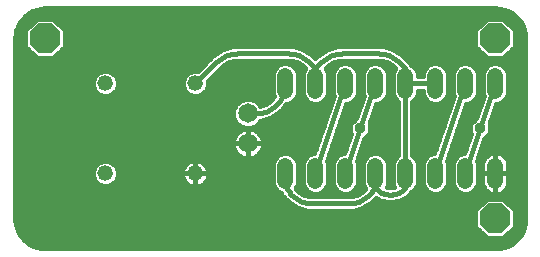
<source format=gbl>
G75*
G70*
%OFA0B0*%
%FSLAX24Y24*%
%IPPOS*%
%LPD*%
%AMOC8*
5,1,8,0,0,1.08239X$1,22.5*
%
%ADD10C,0.0520*%
%ADD11C,0.0650*%
%ADD12C,0.0520*%
%ADD13OC8,0.1000*%
%ADD14C,0.0160*%
%ADD15OC8,0.0357*%
D10*
X009180Y002420D02*
X009180Y002940D01*
X010180Y002940D02*
X010180Y002420D01*
X011180Y002420D02*
X011180Y002940D01*
X012180Y002940D02*
X012180Y002420D01*
X013180Y002420D02*
X013180Y002940D01*
X014180Y002940D02*
X014180Y002420D01*
X015180Y002420D02*
X015180Y002940D01*
X016180Y002940D02*
X016180Y002420D01*
X016180Y005420D02*
X016180Y005940D01*
X015180Y005940D02*
X015180Y005420D01*
X014180Y005420D02*
X014180Y005940D01*
X013180Y005940D02*
X013180Y005420D01*
X012180Y005420D02*
X012180Y005940D01*
X011180Y005940D02*
X011180Y005420D01*
X010180Y005420D02*
X010180Y005940D01*
X009180Y005940D02*
X009180Y005420D01*
D11*
X007930Y004680D03*
X007930Y003680D03*
D12*
X006180Y002680D03*
X003180Y002680D03*
X003180Y005680D03*
X006180Y005680D03*
D13*
X001180Y007180D03*
X001180Y001180D03*
X016180Y001180D03*
X016180Y007180D03*
D14*
X016675Y000314D02*
X000685Y000314D01*
X000639Y000339D02*
X000525Y000424D01*
X000424Y000525D01*
X000339Y000639D01*
X000270Y000765D01*
X000221Y000898D01*
X000190Y001038D01*
X000180Y001180D01*
X000180Y007180D01*
X000190Y007322D01*
X000221Y007462D01*
X000270Y007595D01*
X000339Y007721D01*
X000424Y007835D01*
X000525Y007936D01*
X000639Y008021D01*
X000765Y008090D01*
X000898Y008139D01*
X001038Y008170D01*
X001180Y008180D01*
X016180Y008180D01*
X016322Y008170D01*
X016462Y008139D01*
X016595Y008090D01*
X016721Y008021D01*
X016835Y007936D01*
X016936Y007835D01*
X017021Y007721D01*
X017090Y007595D01*
X017139Y007462D01*
X017170Y007322D01*
X017180Y007180D01*
X017180Y001180D01*
X017170Y001038D01*
X017139Y000898D01*
X017090Y000765D01*
X017021Y000639D01*
X016936Y000525D01*
X016835Y000424D01*
X016721Y000339D01*
X016595Y000270D01*
X016462Y000221D01*
X016322Y000190D01*
X016180Y000180D01*
X001180Y000180D01*
X001038Y000190D01*
X000898Y000221D01*
X000765Y000270D01*
X000639Y000339D01*
X000477Y000473D02*
X016883Y000473D01*
X017015Y000631D02*
X016564Y000631D01*
X016453Y000520D02*
X016840Y000907D01*
X016840Y001453D01*
X016453Y001840D01*
X015907Y001840D01*
X015520Y001453D01*
X015520Y000907D01*
X015907Y000520D01*
X016453Y000520D01*
X016723Y000790D02*
X017099Y000790D01*
X017150Y000948D02*
X016840Y000948D01*
X016840Y001107D02*
X017175Y001107D01*
X017180Y001265D02*
X016840Y001265D01*
X016840Y001424D02*
X017180Y001424D01*
X017180Y001582D02*
X016711Y001582D01*
X016553Y001741D02*
X017180Y001741D01*
X017180Y001899D02*
X013233Y001899D01*
X013244Y001904D02*
X013244Y001904D01*
X013316Y001977D01*
X013383Y002044D01*
X013386Y002051D01*
X013418Y002064D01*
X013536Y002182D01*
X013600Y002336D01*
X013600Y003024D01*
X013536Y003178D01*
X013420Y003294D01*
X013420Y005066D01*
X013536Y005182D01*
X013600Y005336D01*
X013600Y005440D01*
X013760Y005440D01*
X013760Y005336D01*
X013824Y005182D01*
X013942Y005064D01*
X014096Y005000D01*
X014264Y005000D01*
X014418Y005064D01*
X014536Y005182D01*
X014600Y005336D01*
X014600Y006024D01*
X014536Y006178D01*
X014418Y006296D01*
X014264Y006360D01*
X014096Y006360D01*
X013942Y006296D01*
X013824Y006178D01*
X013760Y006024D01*
X013760Y005920D01*
X013600Y005920D01*
X013600Y006024D01*
X013536Y006178D01*
X013418Y006296D01*
X013386Y006309D01*
X013383Y006316D01*
X013316Y006383D01*
X013176Y006523D01*
X013143Y006557D01*
X013027Y006672D01*
X012744Y006835D01*
X012429Y006920D01*
X010931Y006920D01*
X010616Y006835D01*
X010616Y006835D01*
X010333Y006672D01*
X010251Y006591D01*
X010210Y006550D01*
X010184Y006523D01*
X010180Y006519D01*
X010109Y006591D01*
X010027Y006672D01*
X009744Y006835D01*
X009429Y006920D01*
X007431Y006920D01*
X007116Y006835D01*
X007116Y006835D01*
X006833Y006672D01*
X006717Y006557D01*
X006684Y006523D01*
X006261Y006100D01*
X006096Y006100D01*
X005942Y006036D01*
X005824Y005918D01*
X005760Y005764D01*
X005760Y005596D01*
X005824Y005442D01*
X005942Y005324D01*
X006096Y005260D01*
X006264Y005260D01*
X006418Y005324D01*
X006536Y005442D01*
X006600Y005596D01*
X006600Y005761D01*
X007023Y006184D01*
X007057Y006217D01*
X007132Y006283D01*
X007303Y006382D01*
X007495Y006433D01*
X007594Y006440D01*
X009266Y006440D01*
X009365Y006433D01*
X009557Y006382D01*
X009728Y006283D01*
X009803Y006217D01*
X009833Y006187D01*
X009824Y006178D01*
X009760Y006024D01*
X009760Y005336D01*
X009824Y005182D01*
X009942Y005064D01*
X010096Y005000D01*
X010264Y005000D01*
X010418Y005064D01*
X010536Y005182D01*
X010600Y005336D01*
X010600Y006024D01*
X010536Y006178D01*
X010527Y006187D01*
X010550Y006211D01*
X010557Y006217D01*
X010632Y006283D01*
X010803Y006382D01*
X010995Y006433D01*
X011094Y006440D01*
X012266Y006440D01*
X012365Y006433D01*
X012557Y006382D01*
X012728Y006283D01*
X012803Y006217D01*
X012833Y006187D01*
X012824Y006178D01*
X012760Y006024D01*
X012760Y005336D01*
X012824Y005182D01*
X012940Y005066D01*
X012940Y003294D01*
X012824Y003178D01*
X012760Y003024D01*
X012760Y002336D01*
X012803Y002232D01*
X012680Y002213D01*
X012557Y002232D01*
X012600Y002336D01*
X012600Y003024D01*
X012536Y003178D01*
X012418Y003296D01*
X012264Y003360D01*
X012096Y003360D01*
X011942Y003296D01*
X011824Y003178D01*
X011760Y003024D01*
X011760Y002336D01*
X011824Y002182D01*
X011833Y002173D01*
X011803Y002143D01*
X011728Y002077D01*
X011557Y001978D01*
X011365Y001927D01*
X011266Y001920D01*
X010094Y001920D01*
X009995Y001927D01*
X009803Y001978D01*
X009632Y002077D01*
X009557Y002143D01*
X009530Y002176D01*
X009536Y002182D01*
X009600Y002336D01*
X009600Y003024D01*
X009536Y003178D01*
X009418Y003296D01*
X009264Y003360D01*
X009096Y003360D01*
X008942Y003296D01*
X008824Y003178D01*
X008760Y003024D01*
X008760Y002336D01*
X008824Y002182D01*
X008942Y002064D01*
X009050Y002019D01*
X009084Y001936D01*
X009184Y001837D01*
X009217Y001803D01*
X009229Y001791D01*
X009251Y001769D01*
X009333Y001688D01*
X009616Y001525D01*
X009931Y001440D01*
X011429Y001440D01*
X011744Y001525D01*
X011744Y001525D01*
X012027Y001688D01*
X012027Y001688D01*
X012109Y001769D01*
X012201Y001861D01*
X012384Y001768D01*
X012680Y001721D01*
X012976Y001768D01*
X012976Y001768D01*
X013244Y001904D01*
X013316Y001977D02*
X013316Y001977D01*
X013402Y002058D02*
X013958Y002058D01*
X013942Y002064D02*
X014096Y002000D01*
X014264Y002000D01*
X014418Y002064D01*
X014536Y002182D01*
X014600Y002336D01*
X014600Y003024D01*
X014571Y003094D01*
X015206Y005000D01*
X015264Y005000D01*
X015418Y005064D01*
X015536Y005182D01*
X015600Y005336D01*
X015600Y006024D01*
X015536Y006178D01*
X015418Y006296D01*
X015264Y006360D01*
X015096Y006360D01*
X014942Y006296D01*
X014824Y006178D01*
X014760Y006024D01*
X014760Y005336D01*
X014789Y005266D01*
X014154Y003360D01*
X014096Y003360D01*
X013942Y003296D01*
X013824Y003178D01*
X013760Y003024D01*
X013760Y002336D01*
X013824Y002182D01*
X013942Y002064D01*
X013810Y002216D02*
X013550Y002216D01*
X013600Y002375D02*
X013760Y002375D01*
X013760Y002533D02*
X013600Y002533D01*
X013600Y002692D02*
X013760Y002692D01*
X013760Y002850D02*
X013600Y002850D01*
X013600Y003009D02*
X013760Y003009D01*
X013819Y003167D02*
X013541Y003167D01*
X013420Y003326D02*
X014013Y003326D01*
X014195Y003484D02*
X013420Y003484D01*
X013420Y003643D02*
X014248Y003643D01*
X014301Y003801D02*
X013420Y003801D01*
X013420Y003960D02*
X014354Y003960D01*
X014406Y004118D02*
X013420Y004118D01*
X013420Y004277D02*
X014459Y004277D01*
X014512Y004435D02*
X013420Y004435D01*
X013420Y004594D02*
X014565Y004594D01*
X014618Y004752D02*
X013420Y004752D01*
X013420Y004911D02*
X014671Y004911D01*
X014723Y005069D02*
X014423Y005069D01*
X014555Y005228D02*
X014776Y005228D01*
X014760Y005386D02*
X014600Y005386D01*
X014600Y005545D02*
X014760Y005545D01*
X014760Y005703D02*
X014600Y005703D01*
X014600Y005862D02*
X014760Y005862D01*
X014760Y006020D02*
X014600Y006020D01*
X014535Y006179D02*
X014825Y006179D01*
X015041Y006337D02*
X014319Y006337D01*
X014041Y006337D02*
X013362Y006337D01*
X013204Y006496D02*
X017180Y006496D01*
X017180Y006654D02*
X016587Y006654D01*
X016453Y006520D02*
X016840Y006907D01*
X016840Y007453D01*
X016453Y007840D01*
X015907Y007840D01*
X015520Y007453D01*
X015520Y006907D01*
X015907Y006520D01*
X016453Y006520D01*
X016418Y006296D02*
X016264Y006360D01*
X016096Y006360D01*
X015942Y006296D01*
X015824Y006178D01*
X015760Y006024D01*
X015760Y005336D01*
X015789Y005266D01*
X015540Y004518D01*
X015540Y004518D01*
X015342Y004320D01*
X015342Y004040D01*
X015371Y004011D01*
X015154Y003360D01*
X015096Y003360D01*
X014942Y003296D01*
X014824Y003178D01*
X014760Y003024D01*
X014760Y002336D01*
X014824Y002182D01*
X014942Y002064D01*
X015096Y002000D01*
X015264Y002000D01*
X015418Y002064D01*
X015536Y002182D01*
X015600Y002336D01*
X015600Y003024D01*
X015571Y003094D01*
X015820Y003842D01*
X015820Y003842D01*
X016018Y004040D01*
X016018Y004320D01*
X015989Y004349D01*
X016206Y005000D01*
X016264Y005000D01*
X016418Y005064D01*
X016536Y005182D01*
X016600Y005336D01*
X016600Y006024D01*
X016536Y006178D01*
X016418Y006296D01*
X016319Y006337D02*
X017180Y006337D01*
X017180Y006179D02*
X016535Y006179D01*
X016600Y006020D02*
X017180Y006020D01*
X017180Y005862D02*
X016600Y005862D01*
X016600Y005703D02*
X017180Y005703D01*
X017180Y005545D02*
X016600Y005545D01*
X016600Y005386D02*
X017180Y005386D01*
X017180Y005228D02*
X016555Y005228D01*
X016423Y005069D02*
X017180Y005069D01*
X017180Y004911D02*
X016176Y004911D01*
X016124Y004752D02*
X017180Y004752D01*
X017180Y004594D02*
X016071Y004594D01*
X016018Y004435D02*
X017180Y004435D01*
X017180Y004277D02*
X016018Y004277D01*
X016018Y004118D02*
X017180Y004118D01*
X017180Y003960D02*
X015938Y003960D01*
X015807Y003801D02*
X017180Y003801D01*
X017180Y003643D02*
X015754Y003643D01*
X015701Y003484D02*
X017180Y003484D01*
X017180Y003326D02*
X016393Y003326D01*
X016411Y003316D02*
X016349Y003348D01*
X016283Y003369D01*
X016215Y003380D01*
X016180Y003380D01*
X016180Y002680D01*
X016620Y002680D01*
X016620Y002975D01*
X016609Y003043D01*
X016588Y003109D01*
X016556Y003171D01*
X016516Y003227D01*
X016467Y003276D01*
X016411Y003316D01*
X016180Y003326D02*
X016180Y003326D01*
X016180Y003380D02*
X016145Y003380D01*
X016077Y003369D01*
X016011Y003348D01*
X015949Y003316D01*
X015893Y003276D01*
X015844Y003227D01*
X015804Y003171D01*
X015772Y003109D01*
X015751Y003043D01*
X015740Y002975D01*
X015740Y002680D01*
X016180Y002680D01*
X016180Y002680D01*
X016180Y002680D01*
X016620Y002680D01*
X016620Y002385D01*
X016609Y002317D01*
X016588Y002251D01*
X016556Y002189D01*
X016516Y002133D01*
X016467Y002084D01*
X016411Y002044D01*
X016349Y002012D01*
X016283Y001991D01*
X016215Y001980D01*
X016180Y001980D01*
X016180Y002680D01*
X016180Y002680D01*
X016180Y002680D01*
X016180Y003380D01*
X015967Y003326D02*
X015648Y003326D01*
X015595Y003167D02*
X015802Y003167D01*
X015745Y003009D02*
X015600Y003009D01*
X015600Y002850D02*
X015740Y002850D01*
X015740Y002692D02*
X015600Y002692D01*
X015740Y002680D02*
X015740Y002385D01*
X015751Y002317D01*
X015772Y002251D01*
X015804Y002189D01*
X015844Y002133D01*
X015893Y002084D01*
X015949Y002044D01*
X016011Y002012D01*
X016077Y001991D01*
X016145Y001980D01*
X016180Y001980D01*
X016180Y002680D01*
X015740Y002680D01*
X015740Y002533D02*
X015600Y002533D01*
X015600Y002375D02*
X015742Y002375D01*
X015790Y002216D02*
X015550Y002216D01*
X015402Y002058D02*
X015930Y002058D01*
X016180Y002058D02*
X016180Y002058D01*
X016430Y002058D02*
X017180Y002058D01*
X017180Y002216D02*
X016570Y002216D01*
X016618Y002375D02*
X017180Y002375D01*
X017180Y002533D02*
X016620Y002533D01*
X016620Y002692D02*
X017180Y002692D01*
X017180Y002850D02*
X016620Y002850D01*
X016615Y003009D02*
X017180Y003009D01*
X017180Y003167D02*
X016558Y003167D01*
X016180Y003167D02*
X016180Y003167D01*
X016180Y003009D02*
X016180Y003009D01*
X016180Y002850D02*
X016180Y002850D01*
X016180Y002692D02*
X016180Y002692D01*
X016180Y002533D02*
X016180Y002533D01*
X016180Y002375D02*
X016180Y002375D01*
X016180Y002216D02*
X016180Y002216D01*
X015807Y001741D02*
X012803Y001741D01*
X012680Y001721D02*
X012680Y001721D01*
X012557Y001741D02*
X012080Y001741D01*
X012109Y001769D02*
X012109Y001769D01*
X011973Y001973D02*
X012180Y002180D01*
X012180Y002680D01*
X012600Y002692D02*
X012760Y002692D01*
X013180Y002180D02*
X013143Y002146D01*
X013104Y002114D01*
X013062Y002085D01*
X013019Y002059D01*
X012974Y002037D01*
X012927Y002018D01*
X012879Y002002D01*
X012830Y001989D01*
X012781Y001980D01*
X012730Y001975D01*
X012680Y001973D01*
X012630Y001975D01*
X012579Y001980D01*
X012530Y001989D01*
X012481Y002002D01*
X012433Y002018D01*
X012386Y002037D01*
X012341Y002059D01*
X012298Y002085D01*
X012256Y002114D01*
X012217Y002146D01*
X012180Y002180D01*
X011810Y002216D02*
X011550Y002216D01*
X011536Y002182D02*
X011600Y002336D01*
X011600Y003024D01*
X011571Y003094D01*
X011820Y003842D01*
X011820Y003842D01*
X012018Y004040D01*
X012018Y004320D01*
X011989Y004349D01*
X012206Y005000D01*
X012264Y005000D01*
X012418Y005064D01*
X012536Y005182D01*
X012600Y005336D01*
X012600Y006024D01*
X012536Y006178D01*
X012418Y006296D01*
X012264Y006360D01*
X012096Y006360D01*
X011942Y006296D01*
X011824Y006178D01*
X011760Y006024D01*
X011760Y005336D01*
X011789Y005266D01*
X011540Y004518D01*
X011540Y004518D01*
X011342Y004320D01*
X011342Y004040D01*
X011371Y004011D01*
X011154Y003360D01*
X011096Y003360D01*
X010942Y003296D01*
X010824Y003178D01*
X010760Y003024D01*
X010760Y002336D01*
X010824Y002182D01*
X010942Y002064D01*
X011096Y002000D01*
X011264Y002000D01*
X011418Y002064D01*
X011536Y002182D01*
X011402Y002058D02*
X011695Y002058D01*
X011760Y002375D02*
X011600Y002375D01*
X011600Y002533D02*
X011760Y002533D01*
X011760Y002692D02*
X011600Y002692D01*
X011600Y002850D02*
X011760Y002850D01*
X011760Y003009D02*
X011600Y003009D01*
X011595Y003167D02*
X011819Y003167D01*
X011648Y003326D02*
X012013Y003326D01*
X012347Y003326D02*
X012940Y003326D01*
X012940Y003484D02*
X011701Y003484D01*
X011754Y003643D02*
X012940Y003643D01*
X012940Y003801D02*
X011807Y003801D01*
X011938Y003960D02*
X012940Y003960D01*
X012940Y004118D02*
X012018Y004118D01*
X012018Y004277D02*
X012940Y004277D01*
X012940Y004435D02*
X012018Y004435D01*
X012071Y004594D02*
X012940Y004594D01*
X012940Y004752D02*
X012124Y004752D01*
X012176Y004911D02*
X012940Y004911D01*
X012937Y005069D02*
X012423Y005069D01*
X012555Y005228D02*
X012805Y005228D01*
X012760Y005386D02*
X012600Y005386D01*
X012600Y005545D02*
X012760Y005545D01*
X012760Y005703D02*
X012600Y005703D01*
X012600Y005862D02*
X012760Y005862D01*
X012760Y006020D02*
X012600Y006020D01*
X012535Y006179D02*
X012825Y006179D01*
X012635Y006337D02*
X012319Y006337D01*
X012041Y006337D02*
X011319Y006337D01*
X011264Y006360D02*
X011418Y006296D01*
X011536Y006178D01*
X011600Y006024D01*
X011600Y005336D01*
X011536Y005182D01*
X011418Y005064D01*
X011264Y005000D01*
X011206Y005000D01*
X010571Y003094D01*
X010600Y003024D01*
X010600Y002336D01*
X010536Y002182D01*
X010418Y002064D01*
X010264Y002000D01*
X010096Y002000D01*
X009942Y002064D01*
X009824Y002182D01*
X009760Y002336D01*
X009760Y003024D01*
X009824Y003178D01*
X009942Y003296D01*
X010096Y003360D01*
X010154Y003360D01*
X010789Y005266D01*
X010760Y005336D01*
X010760Y006024D01*
X010824Y006178D01*
X010942Y006296D01*
X011096Y006360D01*
X011264Y006360D01*
X011041Y006337D02*
X010725Y006337D01*
X010825Y006179D02*
X010535Y006179D01*
X010600Y006020D02*
X010760Y006020D01*
X010760Y005862D02*
X010600Y005862D01*
X010600Y005703D02*
X010760Y005703D01*
X010760Y005545D02*
X010600Y005545D01*
X010600Y005386D02*
X010760Y005386D01*
X010776Y005228D02*
X010555Y005228D01*
X010423Y005069D02*
X010723Y005069D01*
X010671Y004911D02*
X009154Y004911D01*
X009219Y005000D02*
X009068Y004792D01*
X009068Y004792D01*
X008750Y004561D01*
X008376Y004440D01*
X008356Y004440D01*
X008341Y004405D01*
X008205Y004269D01*
X008026Y004195D01*
X007834Y004195D01*
X007655Y004269D01*
X007519Y004405D01*
X007445Y004584D01*
X007445Y004776D01*
X007519Y004955D01*
X007655Y005091D01*
X007834Y005165D01*
X008026Y005165D01*
X008205Y005091D01*
X008341Y004955D01*
X008345Y004944D01*
X008525Y005003D01*
X008717Y005143D01*
X008796Y005250D01*
X008760Y005336D01*
X008760Y006024D01*
X008824Y006178D01*
X008942Y006296D01*
X009096Y006360D01*
X009264Y006360D01*
X009418Y006296D01*
X009536Y006178D01*
X009600Y006024D01*
X009600Y005336D01*
X009536Y005182D01*
X009418Y005064D01*
X009264Y005000D01*
X009219Y005000D01*
X009423Y005069D02*
X009937Y005069D01*
X009805Y005228D02*
X009555Y005228D01*
X009600Y005386D02*
X009760Y005386D01*
X009760Y005545D02*
X009600Y005545D01*
X009600Y005703D02*
X009760Y005703D01*
X009760Y005862D02*
X009600Y005862D01*
X009600Y006020D02*
X009760Y006020D01*
X009825Y006179D02*
X009535Y006179D01*
X009635Y006337D02*
X009319Y006337D01*
X009041Y006337D02*
X007225Y006337D01*
X007023Y006184D02*
X007023Y006184D01*
X007018Y006179D02*
X008825Y006179D01*
X008760Y006020D02*
X006859Y006020D01*
X006701Y005862D02*
X008760Y005862D01*
X008760Y005703D02*
X006600Y005703D01*
X006578Y005545D02*
X008760Y005545D01*
X008760Y005386D02*
X006480Y005386D01*
X006180Y005680D02*
X006887Y006387D01*
X006656Y006496D02*
X000180Y006496D01*
X000180Y006654D02*
X000773Y006654D01*
X000907Y006520D02*
X001453Y006520D01*
X001840Y006907D01*
X001840Y007453D01*
X001453Y007840D01*
X000907Y007840D01*
X000520Y007453D01*
X000520Y006907D01*
X000907Y006520D01*
X000614Y006813D02*
X000180Y006813D01*
X000180Y006971D02*
X000520Y006971D01*
X000520Y007130D02*
X000180Y007130D01*
X000188Y007288D02*
X000520Y007288D01*
X000520Y007447D02*
X000217Y007447D01*
X000276Y007605D02*
X000672Y007605D01*
X000830Y007764D02*
X000371Y007764D01*
X000511Y007922D02*
X016849Y007922D01*
X016989Y007764D02*
X016530Y007764D01*
X016688Y007605D02*
X017084Y007605D01*
X017143Y007447D02*
X016840Y007447D01*
X016840Y007288D02*
X017172Y007288D01*
X017180Y007130D02*
X016840Y007130D01*
X016840Y006971D02*
X017180Y006971D01*
X017180Y006813D02*
X016746Y006813D01*
X016041Y006337D02*
X015319Y006337D01*
X015535Y006179D02*
X015825Y006179D01*
X015760Y006020D02*
X015600Y006020D01*
X015600Y005862D02*
X015760Y005862D01*
X015760Y005703D02*
X015600Y005703D01*
X015600Y005545D02*
X015760Y005545D01*
X015760Y005386D02*
X015600Y005386D01*
X015555Y005228D02*
X015776Y005228D01*
X015723Y005069D02*
X015423Y005069D01*
X015176Y004911D02*
X015671Y004911D01*
X015618Y004752D02*
X015124Y004752D01*
X015071Y004594D02*
X015565Y004594D01*
X015456Y004435D02*
X015018Y004435D01*
X014965Y004277D02*
X015342Y004277D01*
X015342Y004118D02*
X014912Y004118D01*
X014859Y003960D02*
X015354Y003960D01*
X015301Y003801D02*
X014807Y003801D01*
X014754Y003643D02*
X015248Y003643D01*
X015195Y003484D02*
X014701Y003484D01*
X014648Y003326D02*
X015013Y003326D01*
X014819Y003167D02*
X014595Y003167D01*
X014600Y003009D02*
X014760Y003009D01*
X014760Y002850D02*
X014600Y002850D01*
X014600Y002692D02*
X014760Y002692D01*
X014760Y002533D02*
X014600Y002533D01*
X014600Y002375D02*
X014760Y002375D01*
X014810Y002216D02*
X014550Y002216D01*
X014402Y002058D02*
X014958Y002058D01*
X015649Y001582D02*
X011844Y001582D01*
X012384Y001768D02*
X012384Y001768D01*
X012660Y002216D02*
X012700Y002216D01*
X012760Y002375D02*
X012600Y002375D01*
X012600Y002533D02*
X012760Y002533D01*
X013180Y002680D02*
X013180Y002180D01*
X013180Y002680D02*
X013180Y005680D01*
X013180Y006180D01*
X012973Y006387D01*
X013176Y006523D02*
X013176Y006523D01*
X013045Y006654D02*
X015773Y006654D01*
X015614Y006813D02*
X012784Y006813D01*
X013027Y006672D02*
X013027Y006672D01*
X012557Y006382D02*
X012557Y006382D01*
X012266Y006680D02*
X011094Y006680D01*
X010576Y006813D02*
X009784Y006813D01*
X009744Y006835D02*
X009744Y006835D01*
X010027Y006672D02*
X010027Y006672D01*
X010045Y006654D02*
X010315Y006654D01*
X010333Y006672D02*
X010333Y006672D01*
X010109Y006591D02*
X010109Y006591D01*
X009973Y006387D02*
X010180Y006180D01*
X010387Y006387D01*
X010180Y006180D02*
X010180Y005680D01*
X010387Y006387D02*
X010431Y006429D01*
X010477Y006467D01*
X010526Y006503D01*
X010577Y006536D01*
X010629Y006565D01*
X010684Y006592D01*
X010739Y006615D01*
X010796Y006635D01*
X010855Y006651D01*
X010914Y006664D01*
X010973Y006673D01*
X011034Y006678D01*
X011094Y006680D01*
X011535Y006179D02*
X011825Y006179D01*
X011760Y006020D02*
X011600Y006020D01*
X011600Y005862D02*
X011760Y005862D01*
X011760Y005703D02*
X011600Y005703D01*
X011600Y005545D02*
X011760Y005545D01*
X011760Y005386D02*
X011600Y005386D01*
X011555Y005228D02*
X011776Y005228D01*
X011723Y005069D02*
X011423Y005069D01*
X011176Y004911D02*
X011671Y004911D01*
X011618Y004752D02*
X011124Y004752D01*
X011071Y004594D02*
X011565Y004594D01*
X011456Y004435D02*
X011018Y004435D01*
X010965Y004277D02*
X011342Y004277D01*
X011342Y004118D02*
X010912Y004118D01*
X010859Y003960D02*
X011354Y003960D01*
X011301Y003801D02*
X010807Y003801D01*
X010754Y003643D02*
X011248Y003643D01*
X011195Y003484D02*
X010701Y003484D01*
X010648Y003326D02*
X011013Y003326D01*
X010819Y003167D02*
X010595Y003167D01*
X010600Y003009D02*
X010760Y003009D01*
X010760Y002850D02*
X010600Y002850D01*
X010600Y002692D02*
X010760Y002692D01*
X010760Y002533D02*
X010600Y002533D01*
X010600Y002375D02*
X010760Y002375D01*
X010810Y002216D02*
X010550Y002216D01*
X010402Y002058D02*
X010958Y002058D01*
X011266Y001680D02*
X010094Y001680D01*
X009616Y001525D02*
X009616Y001525D01*
X009516Y001582D02*
X000180Y001582D01*
X000180Y001424D02*
X015520Y001424D01*
X015520Y001265D02*
X000180Y001265D01*
X000185Y001107D02*
X015520Y001107D01*
X015520Y000948D02*
X000210Y000948D01*
X000261Y000790D02*
X015637Y000790D01*
X015796Y000631D02*
X000345Y000631D01*
X000180Y001741D02*
X009280Y001741D01*
X009333Y001688D02*
X009333Y001688D01*
X009184Y001837D02*
X009184Y001837D01*
X009122Y001899D02*
X000180Y001899D01*
X000180Y002058D02*
X008958Y002058D01*
X009084Y001936D02*
X009084Y001936D01*
X008810Y002216D02*
X000180Y002216D01*
X000180Y002375D02*
X002892Y002375D01*
X002942Y002324D02*
X003096Y002260D01*
X003264Y002260D01*
X003418Y002324D01*
X003536Y002442D01*
X003600Y002596D01*
X003600Y002764D01*
X003536Y002918D01*
X003418Y003036D01*
X003264Y003100D01*
X003096Y003100D01*
X002942Y003036D01*
X002824Y002918D01*
X002760Y002764D01*
X002760Y002596D01*
X002824Y002442D01*
X002942Y002324D01*
X002786Y002533D02*
X000180Y002533D01*
X000180Y002692D02*
X002760Y002692D01*
X002796Y002850D02*
X000180Y002850D01*
X000180Y003009D02*
X002915Y003009D01*
X003445Y003009D02*
X005886Y003009D01*
X005893Y003016D02*
X005844Y002967D01*
X005804Y002911D01*
X005772Y002849D01*
X005751Y002783D01*
X005740Y002715D01*
X005740Y002680D01*
X006180Y002680D01*
X006620Y002680D01*
X006620Y002715D01*
X006609Y002783D01*
X006588Y002849D01*
X006556Y002911D01*
X006516Y002967D01*
X006467Y003016D01*
X006411Y003056D01*
X006349Y003088D01*
X006283Y003109D01*
X006215Y003120D01*
X006180Y003120D01*
X006180Y002680D01*
X006180Y002680D01*
X006180Y002680D01*
X006620Y002680D01*
X006620Y002645D01*
X006609Y002577D01*
X006588Y002511D01*
X006556Y002449D01*
X006516Y002393D01*
X006467Y002344D01*
X006411Y002304D01*
X006349Y002272D01*
X006283Y002251D01*
X006215Y002240D01*
X006180Y002240D01*
X006180Y002680D01*
X006180Y002680D01*
X006180Y002680D01*
X006180Y003120D01*
X006145Y003120D01*
X006077Y003109D01*
X006011Y003088D01*
X005949Y003056D01*
X005893Y003016D01*
X005773Y002850D02*
X003564Y002850D01*
X003600Y002692D02*
X005740Y002692D01*
X005740Y002680D02*
X005740Y002645D01*
X005751Y002577D01*
X005772Y002511D01*
X005804Y002449D01*
X005844Y002393D01*
X005893Y002344D01*
X005949Y002304D01*
X006011Y002272D01*
X006077Y002251D01*
X006145Y002240D01*
X006180Y002240D01*
X006180Y002680D01*
X005740Y002680D01*
X005765Y002533D02*
X003574Y002533D01*
X003468Y002375D02*
X005863Y002375D01*
X006180Y002375D02*
X006180Y002375D01*
X006180Y002533D02*
X006180Y002533D01*
X006180Y002692D02*
X006180Y002692D01*
X006180Y002850D02*
X006180Y002850D01*
X006180Y003009D02*
X006180Y003009D01*
X006474Y003009D02*
X008760Y003009D01*
X008760Y002850D02*
X006587Y002850D01*
X006620Y002692D02*
X008760Y002692D01*
X008760Y002533D02*
X006595Y002533D01*
X006497Y002375D02*
X008760Y002375D01*
X009180Y002473D02*
X009180Y002680D01*
X009600Y002692D02*
X009760Y002692D01*
X009760Y002850D02*
X009600Y002850D01*
X009600Y003009D02*
X009760Y003009D01*
X009819Y003167D02*
X009541Y003167D01*
X009347Y003326D02*
X010013Y003326D01*
X010195Y003484D02*
X008397Y003484D01*
X008398Y003486D02*
X008423Y003562D01*
X008435Y003640D01*
X008435Y003680D01*
X008435Y003720D01*
X008423Y003798D01*
X008398Y003874D01*
X008362Y003945D01*
X008315Y004009D01*
X008259Y004065D01*
X008195Y004112D01*
X008124Y004148D01*
X008048Y004173D01*
X007970Y004185D01*
X007930Y004185D01*
X007930Y003680D01*
X007930Y003680D01*
X008435Y003680D01*
X007930Y003680D01*
X007930Y003680D01*
X007930Y003680D01*
X007425Y003680D01*
X007425Y003720D01*
X007437Y003798D01*
X007462Y003874D01*
X007498Y003945D01*
X007545Y004009D01*
X007601Y004065D01*
X007665Y004112D01*
X007736Y004148D01*
X007812Y004173D01*
X007890Y004185D01*
X007930Y004185D01*
X007930Y003680D01*
X007930Y003175D01*
X007970Y003175D01*
X008048Y003187D01*
X008124Y003212D01*
X008195Y003248D01*
X008259Y003295D01*
X008315Y003351D01*
X008362Y003415D01*
X008398Y003486D01*
X008435Y003643D02*
X010248Y003643D01*
X010301Y003801D02*
X008422Y003801D01*
X008351Y003960D02*
X010354Y003960D01*
X010406Y004118D02*
X008183Y004118D01*
X008212Y004277D02*
X010459Y004277D01*
X010512Y004435D02*
X008353Y004435D01*
X008180Y004680D02*
X007930Y004680D01*
X007507Y004435D02*
X000180Y004435D01*
X000180Y004594D02*
X007445Y004594D01*
X007445Y004752D02*
X000180Y004752D01*
X000180Y004911D02*
X007501Y004911D01*
X007633Y005069D02*
X000180Y005069D01*
X000180Y005228D02*
X008779Y005228D01*
X008616Y005069D02*
X008227Y005069D01*
X009012Y004752D02*
X010618Y004752D01*
X010565Y004594D02*
X008794Y004594D01*
X007930Y004118D02*
X007930Y004118D01*
X007677Y004118D02*
X000180Y004118D01*
X000180Y003960D02*
X007509Y003960D01*
X007438Y003801D02*
X000180Y003801D01*
X000180Y003643D02*
X007425Y003643D01*
X007425Y003640D02*
X007437Y003562D01*
X007462Y003486D01*
X007498Y003415D01*
X007545Y003351D01*
X007601Y003295D01*
X007665Y003248D01*
X007736Y003212D01*
X007812Y003187D01*
X007890Y003175D01*
X007930Y003175D01*
X007930Y003680D01*
X007930Y003680D01*
X007425Y003680D01*
X007425Y003640D01*
X007463Y003484D02*
X000180Y003484D01*
X000180Y003326D02*
X007570Y003326D01*
X007930Y003326D02*
X007930Y003326D01*
X007930Y003484D02*
X007930Y003484D01*
X007930Y003643D02*
X007930Y003643D01*
X007930Y003801D02*
X007930Y003801D01*
X007930Y003960D02*
X007930Y003960D01*
X007648Y004277D02*
X000180Y004277D01*
X000180Y005386D02*
X002880Y005386D01*
X002824Y005442D02*
X002942Y005324D01*
X003096Y005260D01*
X003264Y005260D01*
X003418Y005324D01*
X003536Y005442D01*
X003600Y005596D01*
X003600Y005764D01*
X003536Y005918D01*
X003418Y006036D01*
X003264Y006100D01*
X003096Y006100D01*
X002942Y006036D01*
X002824Y005918D01*
X002760Y005764D01*
X002760Y005596D01*
X002824Y005442D01*
X002782Y005545D02*
X000180Y005545D01*
X000180Y005703D02*
X002760Y005703D01*
X002801Y005862D02*
X000180Y005862D01*
X000180Y006020D02*
X002926Y006020D01*
X003434Y006020D02*
X005926Y006020D01*
X005801Y005862D02*
X003559Y005862D01*
X003600Y005703D02*
X005760Y005703D01*
X005782Y005545D02*
X003578Y005545D01*
X003480Y005386D02*
X005880Y005386D01*
X006339Y006179D02*
X000180Y006179D01*
X000180Y006337D02*
X006498Y006337D01*
X006684Y006523D02*
X006684Y006523D01*
X006717Y006557D02*
X006717Y006557D01*
X006815Y006654D02*
X001587Y006654D01*
X001746Y006813D02*
X007076Y006813D01*
X006833Y006672D02*
X006833Y006672D01*
X007594Y006680D02*
X009266Y006680D01*
X009326Y006678D01*
X009387Y006673D01*
X009446Y006664D01*
X009505Y006651D01*
X009564Y006635D01*
X009621Y006615D01*
X009676Y006592D01*
X009731Y006565D01*
X009783Y006536D01*
X009834Y006503D01*
X009883Y006467D01*
X009929Y006429D01*
X009973Y006387D01*
X011180Y005680D02*
X010180Y002680D01*
X010094Y001680D02*
X010034Y001682D01*
X009973Y001687D01*
X009914Y001696D01*
X009855Y001709D01*
X009796Y001725D01*
X009739Y001745D01*
X009684Y001768D01*
X009629Y001795D01*
X009577Y001824D01*
X009526Y001857D01*
X009477Y001893D01*
X009431Y001931D01*
X009387Y001973D01*
X009665Y002058D02*
X009958Y002058D01*
X009810Y002216D02*
X009550Y002216D01*
X009557Y002143D02*
X009557Y002143D01*
X009600Y002375D02*
X009760Y002375D01*
X009387Y001973D02*
X009353Y002010D01*
X009321Y002049D01*
X009292Y002091D01*
X009266Y002134D01*
X009244Y002179D01*
X009225Y002226D01*
X009209Y002274D01*
X009196Y002323D01*
X009187Y002372D01*
X009182Y002423D01*
X009180Y002473D01*
X009600Y002533D02*
X009760Y002533D01*
X008819Y003167D02*
X000180Y003167D01*
X006887Y006387D02*
X006931Y006429D01*
X006977Y006467D01*
X007026Y006503D01*
X007077Y006536D01*
X007129Y006565D01*
X007184Y006592D01*
X007239Y006615D01*
X007296Y006635D01*
X007355Y006651D01*
X007414Y006664D01*
X007473Y006673D01*
X007534Y006678D01*
X007594Y006680D01*
X009180Y005680D02*
X009178Y005620D01*
X009173Y005559D01*
X009164Y005500D01*
X009151Y005441D01*
X009135Y005382D01*
X009115Y005325D01*
X009092Y005270D01*
X009065Y005215D01*
X009036Y005163D01*
X009003Y005112D01*
X008967Y005063D01*
X008929Y005017D01*
X008887Y004973D01*
X008843Y004931D01*
X008797Y004893D01*
X008748Y004857D01*
X008697Y004824D01*
X008645Y004795D01*
X008590Y004768D01*
X008535Y004745D01*
X008478Y004725D01*
X008419Y004709D01*
X008360Y004696D01*
X008301Y004687D01*
X008240Y004682D01*
X008180Y004680D01*
X008290Y003326D02*
X009013Y003326D01*
X011180Y002680D02*
X011680Y004180D01*
X012180Y005680D01*
X012266Y006680D02*
X012326Y006678D01*
X012387Y006673D01*
X012446Y006664D01*
X012505Y006651D01*
X012564Y006635D01*
X012621Y006615D01*
X012676Y006592D01*
X012731Y006565D01*
X012783Y006536D01*
X012834Y006503D01*
X012883Y006467D01*
X012929Y006429D01*
X012973Y006387D01*
X013535Y006179D02*
X013825Y006179D01*
X013760Y006020D02*
X013600Y006020D01*
X013180Y005680D02*
X014180Y005680D01*
X013760Y005386D02*
X013600Y005386D01*
X013555Y005228D02*
X013805Y005228D01*
X013937Y005069D02*
X013423Y005069D01*
X015180Y005680D02*
X014180Y002680D01*
X015180Y002680D02*
X015680Y004180D01*
X016180Y005680D01*
X015520Y006971D02*
X001840Y006971D01*
X001840Y007130D02*
X015520Y007130D01*
X015520Y007288D02*
X001840Y007288D01*
X001840Y007447D02*
X015520Y007447D01*
X015672Y007605D02*
X001688Y007605D01*
X001530Y007764D02*
X015830Y007764D01*
X016612Y008081D02*
X000748Y008081D01*
X011266Y001680D02*
X011326Y001682D01*
X011387Y001687D01*
X011446Y001696D01*
X011505Y001709D01*
X011564Y001725D01*
X011621Y001745D01*
X011676Y001768D01*
X011731Y001795D01*
X011783Y001824D01*
X011834Y001857D01*
X011883Y001893D01*
X011929Y001931D01*
X011973Y001973D01*
X012600Y002850D02*
X012760Y002850D01*
X012760Y003009D02*
X012600Y003009D01*
X012541Y003167D02*
X012819Y003167D01*
D15*
X011680Y004180D03*
X015680Y004180D03*
M02*

</source>
